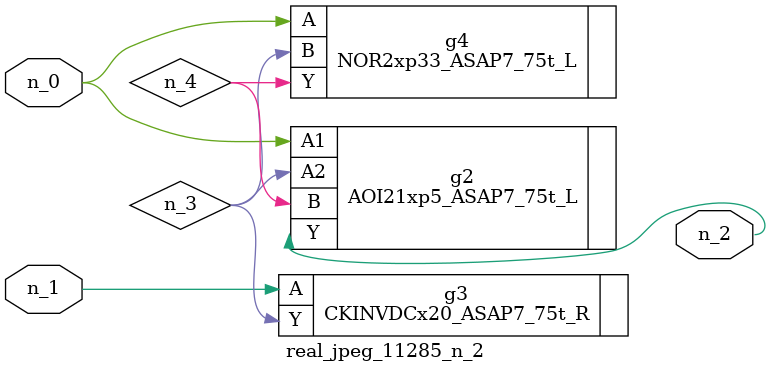
<source format=v>
module real_jpeg_11285_n_2 (n_1, n_0, n_2);

input n_1;
input n_0;

output n_2;

wire n_4;
wire n_3;

AOI21xp5_ASAP7_75t_L g2 ( 
.A1(n_0),
.A2(n_3),
.B(n_4),
.Y(n_2)
);

NOR2xp33_ASAP7_75t_L g4 ( 
.A(n_0),
.B(n_3),
.Y(n_4)
);

CKINVDCx20_ASAP7_75t_R g3 ( 
.A(n_1),
.Y(n_3)
);


endmodule
</source>
